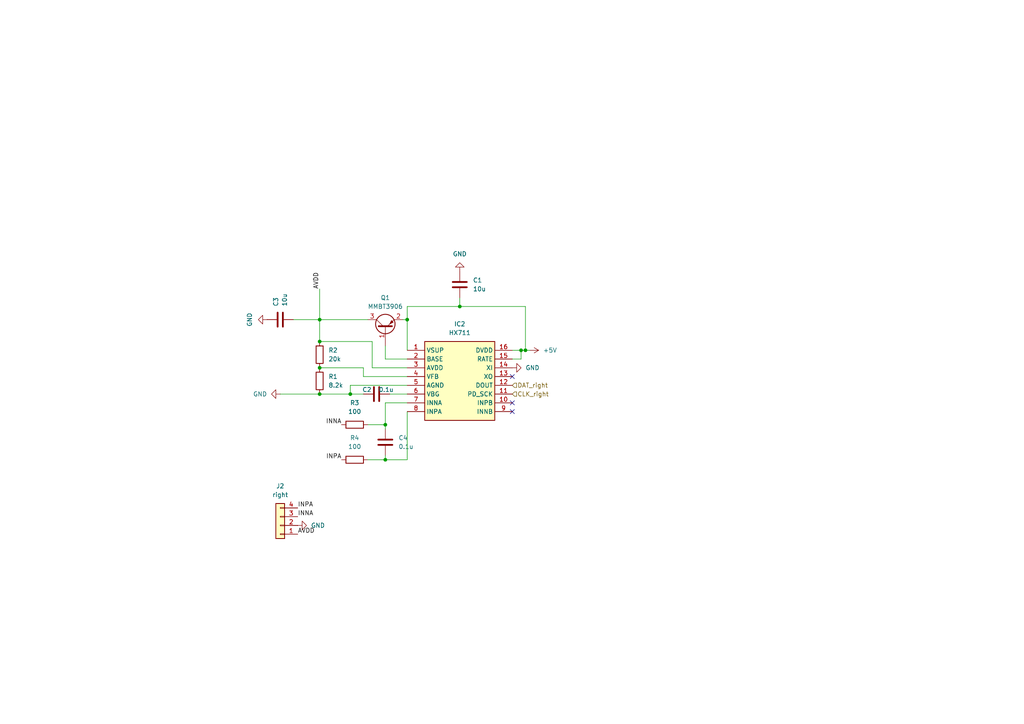
<source format=kicad_sch>
(kicad_sch (version 20231120) (generator "eeschema") (generator_version "8.0")
  (paper "A4")
  (lib_symbols
    (symbol "Connector_Generic:Conn_01x04" (pin_names (offset 1.016) hide)
      (property "Reference" "J" (at 0 5.08 0))
      (property "Value" "Conn_01x04" (at 0 -7.62 0))
      (symbol "Conn_01x04_1_1"
        (rectangle (start -1.27 -4.953) (end 0 -5.207) (stroke (width 0.1524)))
        (rectangle (start -1.27 -2.413) (end 0 -2.667) (stroke (width 0.1524)))
        (rectangle (start -1.27 0.127) (end 0 -0.127) (stroke (width 0.1524)))
        (rectangle (start -1.27 2.667) (end 0 2.413) (stroke (width 0.1524)))
        (rectangle (start -1.27 3.81) (end 1.27 -6.35) (stroke (width 0.254)) (fill (type background)))
        (pin passive line (at -5.08 2.54 0) (length 3.81) (name "Pin_1") (number "1"))
        (pin passive line (at -5.08 0 0) (length 3.81) (name "Pin_2") (number "2"))
        (pin passive line (at -5.08 -2.54 0) (length 3.81) (name "Pin_3") (number "3"))
        (pin passive line (at -5.08 -5.08 0) (length 3.81) (name "Pin_4") (number "4"))
      )
    )
    (symbol "Device:C" (pin_numbers hide) (pin_names (offset 0.254))
      (property "Reference" "C" (at 0.635 2.54 0))
      (property "Value" "C" (at 0.635 -2.54 0))
      (symbol "C_0_1"
        (polyline (pts (xy -2.032 -0.762) (xy 2.032 -0.762)) (stroke (width 0.508)))
        (polyline (pts (xy -2.032 0.762) (xy 2.032 0.762)) (stroke (width 0.508)))
      )
      (symbol "C_1_1"
        (pin passive line (at 0 3.81 270) (length 2.794) (name "~") (number "1"))
        (pin passive line (at 0 -3.81 90) (length 2.794) (name "~") (number "2"))
      )
    )
    (symbol "Device:R" (pin_numbers hide) (pin_names (offset 0))
      (property "Reference" "R" (at 2.032 0 90))
      (property "Value" "R" (at 0 0 90))
      (symbol "R_0_1"
        (rectangle (start -1.016 -2.54) (end 1.016 2.54) (stroke (width 0.254)))
      )
      (symbol "R_1_1"
        (pin passive line (at 0 3.81 270) (length 1.27) (name "~") (number "1"))
        (pin passive line (at 0 -3.81 90) (length 1.27) (name "~") (number "2"))
      )
    )
    (symbol "SamacSys_Parts:HX711"
      (property "Reference" "IC" (at 26.67 7.62 0))
      (property "Value" "HX711" (at 26.67 5.08 0))
      (symbol "HX711_1_1"
        (rectangle (start 5.08 2.54) (end 25.4 -20.32) (stroke (width 0.254)) (fill (type background)))
        (pin passive line (at 0 0 0) (length 5.08) (name "VSUP") (number "1"))
        (pin passive line (at 30.48 -15.24 180) (length 5.08) (name "INPB") (number "10"))
        (pin passive line (at 30.48 -12.7 180) (length 5.08) (name "PD_SCK") (number "11"))
        (pin passive line (at 30.48 -10.16 180) (length 5.08) (name "DOUT") (number "12"))
        (pin passive line (at 30.48 -7.62 180) (length 5.08) (name "XO") (number "13"))
        (pin passive line (at 30.48 -5.08 180) (length 5.08) (name "XI") (number "14"))
        (pin passive line (at 30.48 -2.54 180) (length 5.08) (name "RATE") (number "15"))
        (pin passive line (at 30.48 0 180) (length 5.08) (name "DVDD") (number "16"))
        (pin passive line (at 0 -2.54 0) (length 5.08) (name "BASE") (number "2"))
        (pin passive line (at 0 -5.08 0) (length 5.08) (name "AVDD") (number "3"))
        (pin passive line (at 0 -7.62 0) (length 5.08) (name "VFB") (number "4"))
        (pin passive line (at 0 -10.16 0) (length 5.08) (name "AGND") (number "5"))
        (pin passive line (at 0 -12.7 0) (length 5.08) (name "VBG") (number "6"))
        (pin passive line (at 0 -15.24 0) (length 5.08) (name "INNA") (number "7"))
        (pin passive line (at 0 -17.78 0) (length 5.08) (name "INPA") (number "8"))
        (pin passive line (at 30.48 -17.78 180) (length 5.08) (name "INNB") (number "9"))
      )
    )
    (symbol "Transistor_BJT:MMBT3906" (pin_names (offset 0) hide)
      (property "Reference" "Q" (at 5.08 1.905 0))
      (property "Value" "MMBT3906" (at 5.08 0 0))
      (symbol "MMBT3906_0_1"
        (polyline (pts (xy 0.635 0.635) (xy 2.54 2.54)))
        (polyline (pts (xy 0.635 -0.635) (xy 2.54 -2.54) (xy 2.54 -2.54)))
        (polyline (pts (xy 0.635 1.905) (xy 0.635 -1.905) (xy 0.635 -1.905)) (stroke (width 0.508)))
        (polyline (pts (xy 2.286 -1.778) (xy 1.778 -2.286) (xy 1.27 -1.27) (xy 2.286 -1.778) (xy 2.286 -1.778)) (fill (type outline)))
        (circle (center 1.27 0) (radius 2.8194) (stroke (width 0.254)))
      )
      (symbol "MMBT3906_1_1"
        (pin input line (at -5.08 0 0) (length 5.715) (name "B") (number "1"))
        (pin passive line (at 2.54 -5.08 90) (length 2.54) (name "E") (number "2"))
        (pin passive line (at 2.54 5.08 270) (length 2.54) (name "C") (number "3"))
      )
    )
    (symbol "power:+5V" (power) (pin_numbers hide) (pin_names (offset 0) hide)
      (property "Value" "+5V" (at 0 3.556 0))
      (symbol "+5V_0_1"
        (polyline (pts (xy -0.762 1.27) (xy 0 2.54)))
        (polyline (pts (xy 0 0) (xy 0 2.54)))
        (polyline (pts (xy 0 2.54) (xy 0.762 1.27)))
      )
      (symbol "+5V_1_1"
        (pin power_in line (at 0 0 90) (length 0) (name "~") (number "1"))
      )
    )
    (symbol "power:GND" (power) (pin_numbers hide) (pin_names (offset 0) hide)
      (property "Value" "GND" (at 0 -3.81 0))
      (symbol "GND_0_1"
        (polyline (pts (xy 0 0) (xy 0 -1.27) (xy 1.27 -1.27) (xy 0 -2.54) (xy -1.27 -1.27) (xy 0 -1.27)))
      )
      (symbol "GND_1_1"
        (pin power_in line (at 0 0 270) (length 0) (name "~") (number "1"))
      )
    )
  )
  (junction (at 92.71 99.06))
  (junction (at 111.76 123.19))
  (junction (at 151.13 101.6))
  (junction (at 92.71 106.68))
  (junction (at 92.71 92.71))
  (junction (at 101.6 114.3))
  (junction (at 92.71 114.3))
  (junction (at 118.11 92.71))
  (junction (at 133.35 88.9))
  (junction (at 152.4 101.6))
  (junction (at 111.76 133.35))
  (no_connect (at 148.59 119.38))
  (no_connect (at 148.59 116.84))
  (no_connect (at 148.59 109.22))
  (wire (pts (xy 118.11 92.71) (xy 118.11 101.6)))
  (wire (pts (xy 118.11 106.68) (xy 107.95 106.68)))
  (wire (pts (xy 151.13 101.6) (xy 148.59 101.6)))
  (wire (pts (xy 133.35 88.9) (xy 152.4 88.9)))
  (wire (pts (xy 101.6 111.76) (xy 101.6 114.3)))
  (wire (pts (xy 105.41 109.22) (xy 118.11 109.22)))
  (wire (pts (xy 152.4 101.6) (xy 151.13 101.6)))
  (wire (pts (xy 111.76 132.08) (xy 111.76 133.35)))
  (wire (pts (xy 81.28 114.3) (xy 92.71 114.3)))
  (wire (pts (xy 153.67 101.6) (xy 152.4 101.6)))
  (wire (pts (xy 111.76 124.46) (xy 111.76 123.19)))
  (wire (pts (xy 151.13 104.14) (xy 151.13 101.6)))
  (wire (pts (xy 118.11 119.38) (xy 118.11 133.35)))
  (wire (pts (xy 105.41 109.22) (xy 105.41 106.68)))
  (wire (pts (xy 105.41 106.68) (xy 92.71 106.68)))
  (wire (pts (xy 133.35 86.36) (xy 133.35 88.9)))
  (wire (pts (xy 118.11 116.84) (xy 111.76 116.84)))
  (wire (pts (xy 106.68 123.19) (xy 111.76 123.19)))
  (wire (pts (xy 111.76 104.14) (xy 118.11 104.14)))
  (wire (pts (xy 92.71 99.06) (xy 92.71 92.71)))
  (wire (pts (xy 148.59 104.14) (xy 151.13 104.14)))
  (wire (pts (xy 111.76 116.84) (xy 111.76 123.19)))
  (wire (pts (xy 92.71 92.71) (xy 106.68 92.71)))
  (wire (pts (xy 111.76 100.33) (xy 111.76 104.14)))
  (wire (pts (xy 111.76 133.35) (xy 106.68 133.35)))
  (wire (pts (xy 118.11 88.9) (xy 118.11 92.71)))
  (wire (pts (xy 152.4 88.9) (xy 152.4 101.6)))
  (wire (pts (xy 118.11 133.35) (xy 111.76 133.35)))
  (wire (pts (xy 92.71 83.82) (xy 92.71 92.71)))
  (wire (pts (xy 118.11 88.9) (xy 133.35 88.9)))
  (wire (pts (xy 92.71 99.06) (xy 107.95 99.06)))
  (wire (pts (xy 107.95 106.68) (xy 107.95 99.06)))
  (wire (pts (xy 92.71 114.3) (xy 101.6 114.3)))
  (wire (pts (xy 85.09 92.71) (xy 92.71 92.71)))
  (wire (pts (xy 101.6 114.3) (xy 105.41 114.3)))
  (wire (pts (xy 113.03 114.3) (xy 118.11 114.3)))
  (wire (pts (xy 118.11 111.76) (xy 101.6 111.76)))
  (wire (pts (xy 118.11 92.71) (xy 116.84 92.71)))
  (label "INPA" (at 86.36 147.32 0))
  (label "INNA" (at 99.06 123.19 180))
  (label "AVDD" (at 86.36 154.94 0))
  (label "INNA" (at 86.36 149.86 0))
  (label "AVDD" (at 92.71 83.82 90))
  (label "INPA" (at 99.06 133.35 180))
  (hierarchical_label "DAT_right" (shape input) (at 148.59 111.76 0))
  (hierarchical_label "CLK_right" (shape input) (at 148.59 114.3 0))
  (symbol (lib_id "Transistor_BJT:MMBT3906") (at 111.76 95.25 90) (unit 1)
    (property "Reference" "Q1" (at 111.76 86.36 90))
    (property "Value" "MMBT3906" (at 111.76 88.9 90))
    (property "Footprint" "Package_TO_SOT_SMD:SOT-23" (effects (hide yes)))
    (property "Datasheet" "https://www.onsemi.com/pdf/datasheet/pzt3906-d.pdf" (effects (hide yes)))
    (property "Description" "-0.2A Ic, -40V Vce, Small Signal PNP Transistor, SOT-23" (effects (hide yes)))
  )
  (symbol (lib_id "power:GND") (at 148.59 106.68 90) (unit 1)
    (property "Reference" "#PWR01" (effects (hide yes)))
    (property "Value" "GND" (at 152.4 106.6799 90) (effects (justify right)))
    (property "Description" "Power symbol creates a global label with name \"GND\" , ground" (effects (hide yes)))
  )
  (symbol (lib_id "Device:R") (at 92.71 102.87 0) (unit 1)
    (property "Reference" "R2" (at 95.25 101.5999 0) (effects (justify left)))
    (property "Value" "20k" (at 95.25 104.1399 0) (effects (justify left)))
    (property "Footprint" "Resistor_SMD:R_0603_1608Metric" (effects (hide yes)))
    (property "Description" "Resistor" (effects (hide yes)))
  )
  (symbol (lib_id "Device:C") (at 81.28 92.71 90) (unit 1)
    (property "Reference" "C3" (at 80.0099 88.9 0) (effects (justify left)))
    (property "Value" "10u" (at 82.5499 88.9 0) (effects (justify left)))
    (property "Footprint" "Capacitor_SMD:C_0603_1608Metric" (effects (hide yes)))
    (property "Description" "Unpolarized capacitor" (effects (hide yes)))
  )
  (symbol (lib_id "SamacSys_Parts:HX711") (at 118.11 101.6 0) (unit 1)
    (property "Reference" "IC2" (at 133.35 93.98 0))
    (property "Value" "HX711" (at 133.35 96.52 0))
    (property "Footprint" "SamacSys_Parts:SOIC127P600X160-16N" (effects (hide yes)))
    (property "Datasheet" "https://cdn.sparkfun.com/datasheets/Sensors/ForceFlex/hx711_english.pdf" (effects (hide yes)))
    (property "Description" "24-Bit Analog-to-Digital Converter (ADC) for Weigh Scale" (effects (hide yes)))
    (property "Height" "1.6" (effects (hide yes)))
    (property "Manufacturer_Name" "AVIA" (effects (hide yes)))
    (property "Manufacturer_Part_Number" "HX711" (effects (hide yes)))
  )
  (symbol (lib_id "Device:R") (at 102.87 133.35 270) (unit 1)
    (property "Reference" "R4" (at 102.87 127 90))
    (property "Value" "100" (at 102.87 129.54 90))
    (property "Footprint" "Resistor_SMD:R_0603_1608Metric" (effects (hide yes)))
    (property "Description" "Resistor" (effects (hide yes)))
  )
  (symbol (lib_id "power:GND") (at 133.35 78.74 180) (unit 1)
    (property "Reference" "#PWR03" (effects (hide yes)))
    (property "Value" "GND" (at 133.35 73.66 0))
    (property "Description" "Power symbol creates a global label with name \"GND\" , ground" (effects (hide yes)))
  )
  (symbol (lib_id "Device:C") (at 111.76 128.27 0) (unit 1)
    (property "Reference" "C4" (at 115.57 126.9999 0) (effects (justify left)))
    (property "Value" "0.1u" (at 115.57 129.5399 0) (effects (justify left)))
    (property "Footprint" "Capacitor_SMD:C_0603_1608Metric" (effects (hide yes)))
    (property "Description" "Unpolarized capacitor" (effects (hide yes)))
  )
  (symbol (lib_id "power:GND") (at 86.36 152.4 90) (unit 1)
    (property "Reference" "#PWR06" (effects (hide yes)))
    (property "Value" "GND" (at 90.17 152.3999 90) (effects (justify right)))
    (property "Description" "Power symbol creates a global label with name \"GND\" , ground" (effects (hide yes)))
  )
  (symbol (lib_id "Device:C") (at 133.35 82.55 0) (unit 1)
    (property "Reference" "C1" (at 137.16 81.2799 0) (effects (justify left)))
    (property "Value" "10u" (at 137.16 83.8199 0) (effects (justify left)))
    (property "Footprint" "Capacitor_SMD:C_0603_1608Metric" (effects (hide yes)))
    (property "Description" "Unpolarized capacitor" (effects (hide yes)))
  )
  (symbol (lib_id "Device:R") (at 102.87 123.19 270) (unit 1)
    (property "Reference" "R3" (at 102.87 116.84 90))
    (property "Value" "100" (at 102.87 119.38 90))
    (property "Footprint" "Resistor_SMD:R_0603_1608Metric" (effects (hide yes)))
    (property "Description" "Resistor" (effects (hide yes)))
  )
  (symbol (lib_id "power:GND") (at 81.28 114.3 270) (unit 1)
    (property "Reference" "#PWR04" (effects (hide yes)))
    (property "Value" "GND" (at 77.47 114.2999 90) (effects (justify right)))
    (property "Description" "Power symbol creates a global label with name \"GND\" , ground" (effects (hide yes)))
  )
  (symbol (lib_id "Connector_Generic:Conn_01x04") (at 81.28 152.4 180) (unit 1)
    (property "Reference" "J2" (at 81.28 140.97 0))
    (property "Value" "right" (at 81.28 143.51 0))
    (property "Footprint" "Connector_JST:JST_XH_B4B-XH-AM_1x04_P2.50mm_Vertical" (effects (hide yes)))
    (property "Description" "Generic connector, single row, 01x04, script generated (kicad-library-utils/schlib/autogen/connector/)" (effects (hide yes)))
  )
  (symbol (lib_id "power:+5V") (at 153.67 101.6 270) (unit 1)
    (property "Reference" "#PWR020" (effects (hide yes)))
    (property "Value" "+5V" (at 157.48 101.5999 90) (effects (justify left)))
    (property "Description" "Power symbol creates a global label with name \"+5V\"" (effects (hide yes)))
  )
  (symbol (lib_id "Device:C") (at 109.22 114.3 270) (unit 1)
    (property "Reference" "C2" (at 106.426 113.03 90))
    (property "Value" "0.1u" (at 112.014 113.03 90))
    (property "Footprint" "Capacitor_SMD:C_0603_1608Metric" (effects (hide yes)))
    (property "Description" "Unpolarized capacitor" (effects (hide yes)))
  )
  (symbol (lib_id "power:GND") (at 77.47 92.71 270) (unit 1)
    (property "Reference" "#PWR05" (effects (hide yes)))
    (property "Value" "GND" (at 72.39 92.71 0))
    (property "Description" "Power symbol creates a global label with name \"GND\" , ground" (effects (hide yes)))
  )
  (symbol (lib_id "Device:R") (at 92.71 110.49 0) (unit 1)
    (property "Reference" "R1" (at 95.25 109.2199 0) (effects (justify left)))
    (property "Value" "8.2k" (at 95.25 111.7599 0) (effects (justify left)))
    (property "Footprint" "Resistor_SMD:R_0603_1608Metric" (effects (hide yes)))
    (property "Description" "Resistor" (effects (hide yes)))
  )
)
</source>
